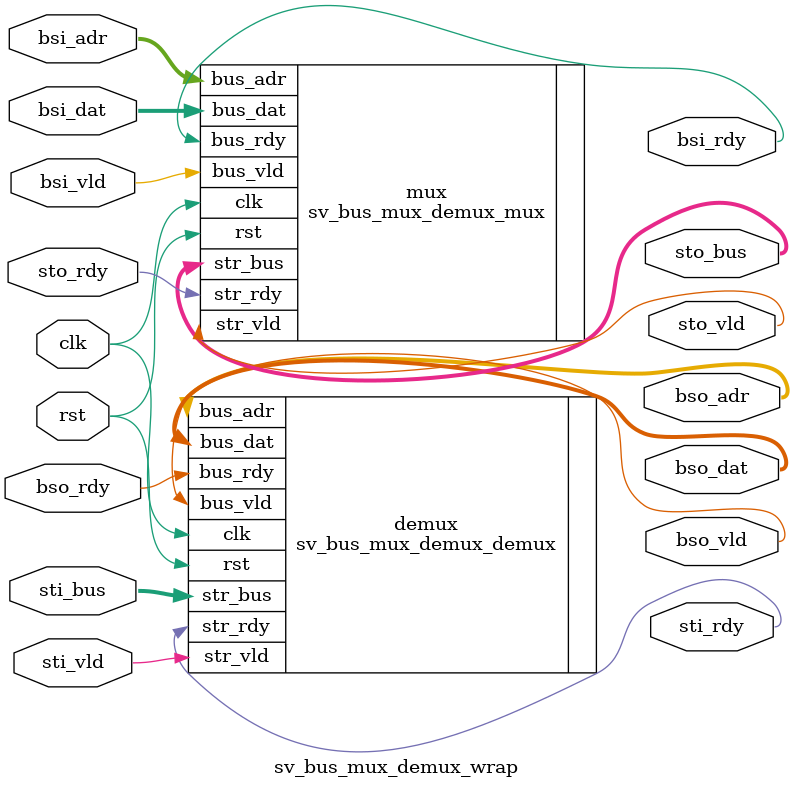
<source format=sv>


module sv_bus_mux_demux_wrap (
  // system signals
  input  logic        clk,
  input  logic        rst,
  // input bus
  input  logic        bsi_vld,  // valid (chip select)
  input  logic [31:0] bsi_adr,  // address
  input  logic [31:0] bsi_dat,  // data
  output logic        bsi_rdy,  // ready (acknowledge)
  // output stream
  output logic        sto_vld,
  output logic  [7:0] sto_bus,
  input  logic        sto_rdy,
  // input stream
  input  logic        sti_vld,
  input  logic  [7:0] sti_bus,
  output logic        sti_rdy,
  // output bus
  output logic        bso_vld,  // valid (chip select)
  output logic [31:0] bso_adr,  // address
  output logic [31:0] bso_dat,  // data
  input  logic        bso_rdy   // ready (acknowledge)
);

sv_bus_mux_demux_mux mux (
  // system signals
  .clk      (clk),
  .rst      (rst),
  // input bus
  .bus_vld  (bsi_vld),
  .bus_adr  (bsi_adr),
  .bus_dat  (bsi_dat),
  .bus_rdy  (bsi_rdy),
  // output stream
  .str_vld  (sto_vld),
  .str_bus  (sto_bus),
  .str_rdy  (sto_rdy)
);

sv_bus_mux_demux_demux demux (
  // system signals
  .clk      (clk),
  .rst      (rst),
  // input stream
  .str_vld  (sti_vld),
  .str_bus  (sti_bus),
  .str_rdy  (sti_rdy),
  // output bus
  .bus_vld  (bso_vld),
  .bus_adr  (bso_adr),
  .bus_dat  (bso_dat),
  .bus_rdy  (bso_rdy)
);

endmodule : sv_bus_mux_demux_wrap

</source>
